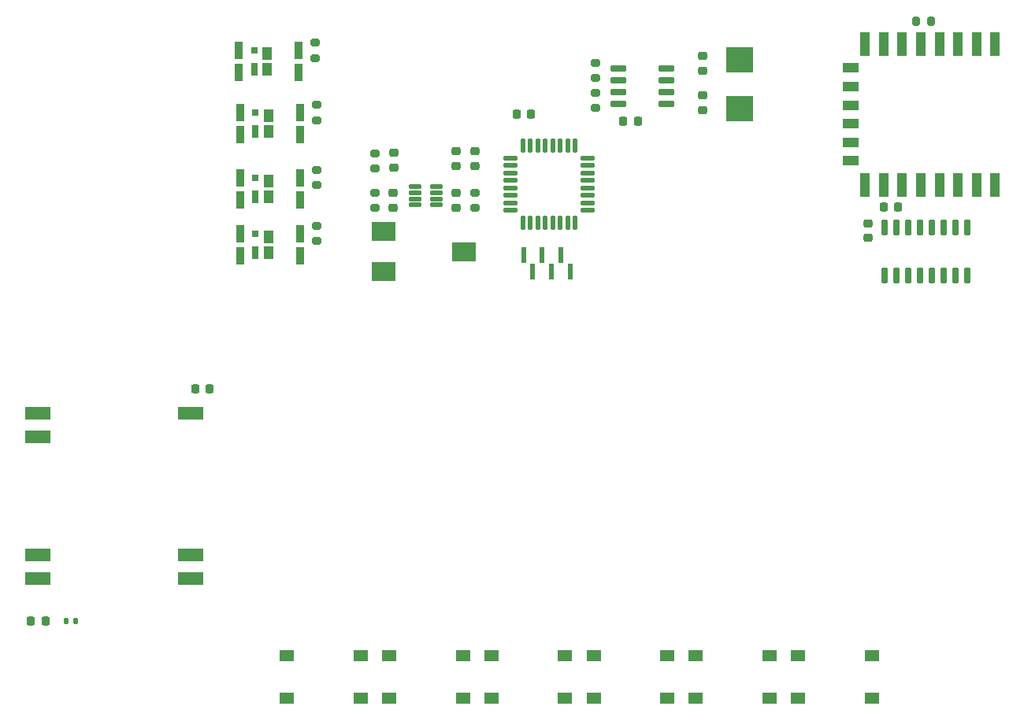
<source format=gbr>
%TF.GenerationSoftware,KiCad,Pcbnew,(6.0.9)*%
%TF.CreationDate,2023-01-24T23:05:38+01:00*%
%TF.ProjectId,Projekt,50726f6a-656b-4742-9e6b-696361645f70,rev?*%
%TF.SameCoordinates,Original*%
%TF.FileFunction,Paste,Top*%
%TF.FilePolarity,Positive*%
%FSLAX46Y46*%
G04 Gerber Fmt 4.6, Leading zero omitted, Abs format (unit mm)*
G04 Created by KiCad (PCBNEW (6.0.9)) date 2023-01-24 23:05:38*
%MOMM*%
%LPD*%
G01*
G04 APERTURE LIST*
G04 Aperture macros list*
%AMRoundRect*
0 Rectangle with rounded corners*
0 $1 Rounding radius*
0 $2 $3 $4 $5 $6 $7 $8 $9 X,Y pos of 4 corners*
0 Add a 4 corners polygon primitive as box body*
4,1,4,$2,$3,$4,$5,$6,$7,$8,$9,$2,$3,0*
0 Add four circle primitives for the rounded corners*
1,1,$1+$1,$2,$3*
1,1,$1+$1,$4,$5*
1,1,$1+$1,$6,$7*
1,1,$1+$1,$8,$9*
0 Add four rect primitives between the rounded corners*
20,1,$1+$1,$2,$3,$4,$5,0*
20,1,$1+$1,$4,$5,$6,$7,0*
20,1,$1+$1,$6,$7,$8,$9,0*
20,1,$1+$1,$8,$9,$2,$3,0*%
G04 Aperture macros list end*
%ADD10R,0.600000X1.750000*%
%ADD11RoundRect,0.140000X0.140000X0.170000X-0.140000X0.170000X-0.140000X-0.170000X0.140000X-0.170000X0*%
%ADD12RoundRect,0.200000X0.275000X-0.200000X0.275000X0.200000X-0.275000X0.200000X-0.275000X-0.200000X0*%
%ADD13R,0.900000X1.850000*%
%ADD14R,0.650000X0.650000*%
%ADD15R,1.000000X1.350000*%
%ADD16R,0.650000X1.350000*%
%ADD17RoundRect,0.150000X0.725000X0.150000X-0.725000X0.150000X-0.725000X-0.150000X0.725000X-0.150000X0*%
%ADD18R,2.500000X2.000000*%
%ADD19RoundRect,0.225000X-0.250000X0.225000X-0.250000X-0.225000X0.250000X-0.225000X0.250000X0.225000X0*%
%ADD20RoundRect,0.150000X0.150000X-0.725000X0.150000X0.725000X-0.150000X0.725000X-0.150000X-0.725000X0*%
%ADD21RoundRect,0.200000X-0.275000X0.200000X-0.275000X-0.200000X0.275000X-0.200000X0.275000X0.200000X0*%
%ADD22RoundRect,0.225000X0.250000X-0.225000X0.250000X0.225000X-0.250000X0.225000X-0.250000X-0.225000X0*%
%ADD23RoundRect,0.218750X0.256250X-0.218750X0.256250X0.218750X-0.256250X0.218750X-0.256250X-0.218750X0*%
%ADD24RoundRect,0.225000X-0.225000X-0.250000X0.225000X-0.250000X0.225000X0.250000X-0.225000X0.250000X0*%
%ADD25RoundRect,0.200000X-0.200000X-0.275000X0.200000X-0.275000X0.200000X0.275000X-0.200000X0.275000X0*%
%ADD26RoundRect,0.218750X-0.218750X-0.256250X0.218750X-0.256250X0.218750X0.256250X-0.218750X0.256250X0*%
%ADD27RoundRect,0.125000X-0.625000X-0.125000X0.625000X-0.125000X0.625000X0.125000X-0.625000X0.125000X0*%
%ADD28RoundRect,0.125000X-0.125000X-0.625000X0.125000X-0.625000X0.125000X0.625000X-0.125000X0.625000X0*%
%ADD29R,1.550000X1.300000*%
%ADD30R,1.000000X2.500000*%
%ADD31R,1.800000X1.000000*%
%ADD32RoundRect,0.225000X0.225000X0.250000X-0.225000X0.250000X-0.225000X-0.250000X0.225000X-0.250000X0*%
%ADD33R,2.800000X1.400000*%
%ADD34RoundRect,0.125000X-0.537500X-0.125000X0.537500X-0.125000X0.537500X0.125000X-0.537500X0.125000X0*%
%ADD35R,3.000000X2.800000*%
G04 APERTURE END LIST*
D10*
%TO.C,J3*%
X125500000Y-97875000D03*
X124500000Y-96125000D03*
X123500000Y-97875000D03*
X122500000Y-96125000D03*
X121500000Y-97875000D03*
X120500000Y-96125000D03*
%TD*%
D11*
%TO.C,C11*%
X72328884Y-135480000D03*
X71368884Y-135480000D03*
%TD*%
D12*
%TO.C,R3*%
X98250000Y-94605000D03*
X98250000Y-92955000D03*
%TD*%
D13*
%TO.C,Q2*%
X90050000Y-83180000D03*
X96450000Y-80830000D03*
X96450000Y-83180000D03*
X90050000Y-80830000D03*
D14*
X91700000Y-80805000D03*
D15*
X93075000Y-82855000D03*
D16*
X91700000Y-82855000D03*
D15*
X93075000Y-81155000D03*
%TD*%
D17*
%TO.C,U1*%
X135825000Y-79905000D03*
X135825000Y-78635000D03*
X135825000Y-77365000D03*
X135825000Y-76095000D03*
X130675000Y-76095000D03*
X130675000Y-77365000D03*
X130675000Y-78635000D03*
X130675000Y-79905000D03*
%TD*%
D18*
%TO.C,RV1*%
X105425000Y-97900000D03*
X114075000Y-95750000D03*
X105425000Y-93600000D03*
%TD*%
D19*
%TO.C,C6*%
X157500000Y-92725000D03*
X157500000Y-94275000D03*
%TD*%
D20*
%TO.C,U3*%
X159305000Y-98325000D03*
X160575000Y-98325000D03*
X161845000Y-98325000D03*
X163115000Y-98325000D03*
X164385000Y-98325000D03*
X165655000Y-98325000D03*
X166925000Y-98325000D03*
X168195000Y-98325000D03*
X168195000Y-93175000D03*
X166925000Y-93175000D03*
X165655000Y-93175000D03*
X164385000Y-93175000D03*
X163115000Y-93175000D03*
X161845000Y-93175000D03*
X160575000Y-93175000D03*
X159305000Y-93175000D03*
%TD*%
D21*
%TO.C,R1*%
X128250000Y-75425000D03*
X128250000Y-77075000D03*
%TD*%
%TO.C,R10*%
X115250000Y-89425000D03*
X115250000Y-91075000D03*
%TD*%
D22*
%TO.C,C9*%
X113250000Y-86525000D03*
X113250000Y-84975000D03*
%TD*%
D23*
%TO.C,D2*%
X106500000Y-91037500D03*
X106500000Y-89462500D03*
%TD*%
D12*
%TO.C,R8*%
X104500000Y-91075000D03*
X104500000Y-89425000D03*
%TD*%
D22*
%TO.C,C10*%
X113250000Y-91025000D03*
X113250000Y-89475000D03*
%TD*%
D24*
%TO.C,C3*%
X131225000Y-81750000D03*
X132775000Y-81750000D03*
%TD*%
D25*
%TO.C,R7*%
X162675000Y-71000000D03*
X164325000Y-71000000D03*
%TD*%
D12*
%TO.C,R9*%
X104500000Y-86825000D03*
X104500000Y-85175000D03*
%TD*%
D26*
%TO.C,L1*%
X67561384Y-135480000D03*
X69136384Y-135480000D03*
%TD*%
D27*
%TO.C,U2*%
X119075000Y-85700000D03*
X119075000Y-86500000D03*
X119075000Y-87300000D03*
X119075000Y-88100000D03*
X119075000Y-88900000D03*
X119075000Y-89700000D03*
X119075000Y-90500000D03*
X119075000Y-91300000D03*
D28*
X120450000Y-92675000D03*
X121250000Y-92675000D03*
X122050000Y-92675000D03*
X122850000Y-92675000D03*
X123650000Y-92675000D03*
X124450000Y-92675000D03*
X125250000Y-92675000D03*
X126050000Y-92675000D03*
D27*
X127425000Y-91300000D03*
X127425000Y-90500000D03*
X127425000Y-89700000D03*
X127425000Y-88900000D03*
X127425000Y-88100000D03*
X127425000Y-87300000D03*
X127425000Y-86500000D03*
X127425000Y-85700000D03*
D28*
X126050000Y-84325000D03*
X125250000Y-84325000D03*
X124450000Y-84325000D03*
X123650000Y-84325000D03*
X122850000Y-84325000D03*
X122050000Y-84325000D03*
X121250000Y-84325000D03*
X120450000Y-84325000D03*
%TD*%
D29*
%TO.C,SW5*%
X139025000Y-139250000D03*
X139025000Y-143750000D03*
X146975000Y-139250000D03*
X146975000Y-143750000D03*
%TD*%
%TO.C,SW6*%
X150025000Y-139250000D03*
X150025000Y-143750000D03*
X157975000Y-139250000D03*
X157975000Y-143750000D03*
%TD*%
D30*
%TO.C,U5*%
X171200000Y-73400000D03*
X169200000Y-73400000D03*
X167200000Y-73400000D03*
X165200000Y-73400000D03*
X163200000Y-73400000D03*
X161200000Y-73400000D03*
X159200000Y-73400000D03*
X157200000Y-73400000D03*
D31*
X155700000Y-76000000D03*
X155700000Y-78000000D03*
X155700000Y-80000000D03*
X155700000Y-82000000D03*
X155700000Y-84000000D03*
X155700000Y-86000000D03*
D30*
X157200000Y-88600000D03*
X159200000Y-88600000D03*
X161200000Y-88600000D03*
X163200000Y-88600000D03*
X165200000Y-88600000D03*
X167200000Y-88600000D03*
X169200000Y-88600000D03*
X171200000Y-88600000D03*
%TD*%
D13*
%TO.C,Q1*%
X90050000Y-93825000D03*
X90050000Y-96175000D03*
X96450000Y-96175000D03*
X96450000Y-93825000D03*
D14*
X91700000Y-93800000D03*
D15*
X93075000Y-95850000D03*
X93075000Y-94150000D03*
D16*
X91700000Y-95850000D03*
%TD*%
D19*
%TO.C,C1*%
X139750000Y-74725000D03*
X139750000Y-76275000D03*
%TD*%
D29*
%TO.C,SW1*%
X95025000Y-139250000D03*
X95025000Y-143750000D03*
X102975000Y-139250000D03*
X102975000Y-143750000D03*
%TD*%
D24*
%TO.C,C5*%
X119750000Y-81000000D03*
X121300000Y-81000000D03*
%TD*%
D12*
%TO.C,R6*%
X98100000Y-74925000D03*
X98100000Y-73275000D03*
%TD*%
D32*
%TO.C,C7*%
X86775000Y-110500000D03*
X85225000Y-110500000D03*
%TD*%
D29*
%TO.C,SW2*%
X106025000Y-139250000D03*
X106025000Y-143750000D03*
X113975000Y-139250000D03*
X113975000Y-143750000D03*
%TD*%
D33*
%TO.C,U7*%
X68250000Y-113110000D03*
X68250000Y-115650000D03*
X68250000Y-128350000D03*
X68250000Y-130890000D03*
X84750000Y-130890000D03*
X84750000Y-128350000D03*
X84750000Y-113110000D03*
%TD*%
D13*
%TO.C,Q4*%
X96300000Y-74145000D03*
X89900000Y-74145000D03*
X96300000Y-76495000D03*
X89900000Y-76495000D03*
D14*
X91550000Y-74120000D03*
D15*
X92925000Y-76170000D03*
D16*
X91550000Y-76170000D03*
D15*
X92925000Y-74470000D03*
%TD*%
D12*
%TO.C,R2*%
X128250000Y-80325000D03*
X128250000Y-78675000D03*
%TD*%
D13*
%TO.C,Q3*%
X96450000Y-90175000D03*
X90050000Y-90175000D03*
X90050000Y-87825000D03*
X96450000Y-87825000D03*
D14*
X91700000Y-87800000D03*
D15*
X93075000Y-88150000D03*
D16*
X91700000Y-89850000D03*
D15*
X93075000Y-89850000D03*
%TD*%
D34*
%TO.C,U6*%
X108862500Y-88775000D03*
X108862500Y-89425000D03*
X108862500Y-90075000D03*
X108862500Y-90725000D03*
X111137500Y-90725000D03*
X111137500Y-90075000D03*
X111137500Y-89425000D03*
X111137500Y-88775000D03*
%TD*%
D12*
%TO.C,R5*%
X98250000Y-88605000D03*
X98250000Y-86955000D03*
%TD*%
D29*
%TO.C,SW3*%
X117025000Y-139250000D03*
X117025000Y-143750000D03*
X124975000Y-139250000D03*
X124975000Y-143750000D03*
%TD*%
D32*
%TO.C,C8*%
X160775000Y-91000000D03*
X159225000Y-91000000D03*
%TD*%
D12*
%TO.C,R4*%
X98250000Y-81610000D03*
X98250000Y-79960000D03*
%TD*%
D19*
%TO.C,C2*%
X139750000Y-78975000D03*
X139750000Y-80525000D03*
%TD*%
D35*
%TO.C,Y1*%
X143750000Y-80350000D03*
X143750000Y-75150000D03*
%TD*%
D29*
%TO.C,SW4*%
X128025000Y-139250000D03*
X128025000Y-143750000D03*
X135975000Y-139250000D03*
X135975000Y-143750000D03*
%TD*%
D19*
%TO.C,C4*%
X115250000Y-84975000D03*
X115250000Y-86525000D03*
%TD*%
D23*
%TO.C,D1*%
X106540000Y-86730000D03*
X106540000Y-85155000D03*
%TD*%
M02*

</source>
